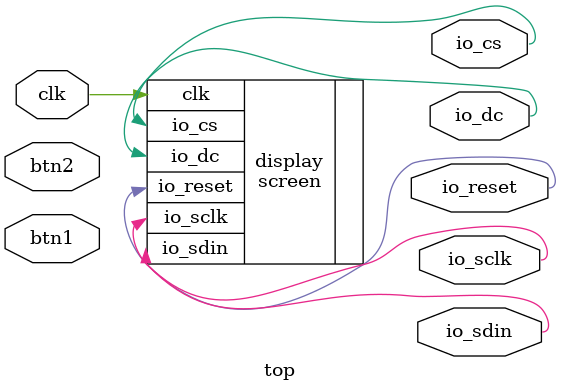
<source format=v>
module top (
  input clk,
  input btn1,
  input btn2,
    output io_sclk,
    output io_sdin,
    output io_cs,
    output io_dc,
    output io_reset
);
  
  // Instantiate screen controller
  screen display (
    .clk(clk),
.io_sclk(io_sclk),
.io_sdin(io_sdin),
.io_cs(io_cs),
.io_dc(io_dc),
.io_reset(io_reset)
  );
  
  
  
endmodule
</source>
